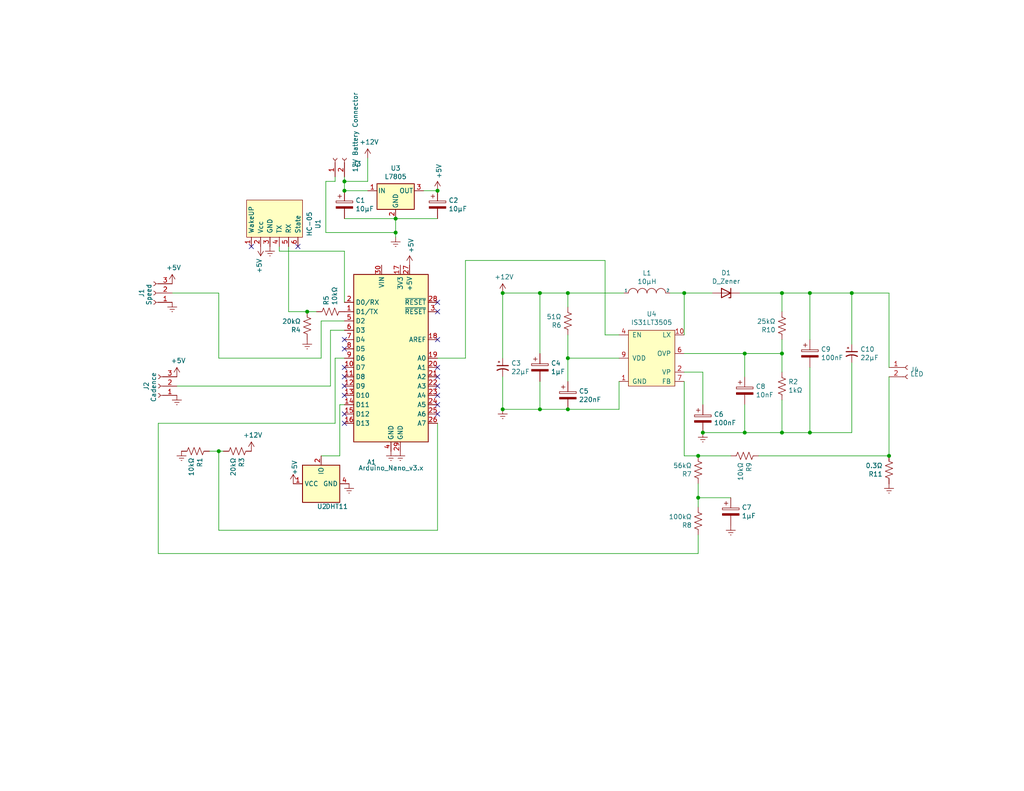
<source format=kicad_sch>
(kicad_sch (version 20230121) (generator eeschema)
  (paper "USLetter")
  (title_block (title "Lower Racer") (date "2020-10-20") (rev "1") (company "HPVDT"))
  (lib_symbols
    (symbol "Device:D_Zener" (pin_numbers hide) (pin_names (offset 1.016) hide)
      (property "Reference" "D" (at 0 2.54 0))
      (property "Value" "D_Zener" (at 0 -2.54 0))
      (symbol "D_Zener_0_1"
        (polyline (pts (xy 1.27 0) (xy -1.27 0)))
        (polyline (pts (xy -1.27 -1.27) (xy -1.27 1.27) (xy -0.762 1.27)) (stroke (width 0.254)))
        (polyline (pts (xy 1.27 -1.27) (xy 1.27 1.27) (xy -1.27 0) (xy 1.27 -1.27)) (stroke (width 0.254)))
      )
      (symbol "D_Zener_1_1"
        (pin passive line (at -3.81 0 0) (length 2.54) (name "K") (number "1"))
        (pin passive line (at 3.81 0 180) (length 2.54) (name "A") (number "2"))
      )
    )
    (symbol "Device:R_US" (pin_numbers hide) (pin_names (offset 0))
      (property "Reference" "R" (at 2.54 0 90))
      (property "Value" "R_US" (at -2.54 0 90))
      (symbol "R_US_0_1"
        (polyline (pts (xy 0 -2.286) (xy 0 -2.54)))
        (polyline (pts (xy 0 2.286) (xy 0 2.54)))
        (polyline (pts (xy 0 -0.762) (xy 1.016 -1.143) (xy 0 -1.524) (xy -1.016 -1.905) (xy 0 -2.286)))
        (polyline (pts (xy 0 0.762) (xy 1.016 0.381) (xy 0 0) (xy -1.016 -0.381) (xy 0 -0.762)))
        (polyline (pts (xy 0 2.286) (xy 1.016 1.905) (xy 0 1.524) (xy -1.016 1.143) (xy 0 0.762)))
      )
      (symbol "R_US_1_1"
        (pin passive line (at 0 3.81 270) (length 1.27) (name "~") (number "1"))
        (pin passive line (at 0 -3.81 90) (length 1.27) (name "~") (number "2"))
      )
    )
    (symbol "MCU_Module:Arduino_Nano_v3.x"
      (property "Reference" "A" (at -10.16 23.495 0))
      (property "Value" "Arduino_Nano_v3.x" (at 5.08 -24.13 0))
      (symbol "Arduino_Nano_v3.x_0_1"
        (rectangle (start -10.16 22.86) (end 10.16 -22.86) (stroke (width 0.254)) (fill (type background)))
      )
      (symbol "Arduino_Nano_v3.x_1_1"
        (pin bidirectional line (at -12.7 12.7 0) (length 2.54) (name "D1/TX") (number "1"))
        (pin bidirectional line (at -12.7 -2.54 0) (length 2.54) (name "D7") (number "10"))
        (pin bidirectional line (at -12.7 -5.08 0) (length 2.54) (name "D8") (number "11"))
        (pin bidirectional line (at -12.7 -7.62 0) (length 2.54) (name "D9") (number "12"))
        (pin bidirectional line (at -12.7 -10.16 0) (length 2.54) (name "D10") (number "13"))
        (pin bidirectional line (at -12.7 -12.7 0) (length 2.54) (name "D11") (number "14"))
        (pin bidirectional line (at -12.7 -15.24 0) (length 2.54) (name "D12") (number "15"))
        (pin bidirectional line (at -12.7 -17.78 0) (length 2.54) (name "D13") (number "16"))
        (pin power_out line (at 2.54 25.4 270) (length 2.54) (name "3V3") (number "17"))
        (pin input line (at 12.7 5.08 180) (length 2.54) (name "AREF") (number "18"))
        (pin bidirectional line (at 12.7 0 180) (length 2.54) (name "A0") (number "19"))
        (pin bidirectional line (at -12.7 15.24 0) (length 2.54) (name "D0/RX") (number "2"))
        (pin bidirectional line (at 12.7 -2.54 180) (length 2.54) (name "A1") (number "20"))
        (pin bidirectional line (at 12.7 -5.08 180) (length 2.54) (name "A2") (number "21"))
        (pin bidirectional line (at 12.7 -7.62 180) (length 2.54) (name "A3") (number "22"))
        (pin bidirectional line (at 12.7 -10.16 180) (length 2.54) (name "A4") (number "23"))
        (pin bidirectional line (at 12.7 -12.7 180) (length 2.54) (name "A5") (number "24"))
        (pin bidirectional line (at 12.7 -15.24 180) (length 2.54) (name "A6") (number "25"))
        (pin bidirectional line (at 12.7 -17.78 180) (length 2.54) (name "A7") (number "26"))
        (pin power_out line (at 5.08 25.4 270) (length 2.54) (name "+5V") (number "27"))
        (pin input line (at 12.7 15.24 180) (length 2.54) (name "~{RESET}") (number "28"))
        (pin power_in line (at 2.54 -25.4 90) (length 2.54) (name "GND") (number "29"))
        (pin input line (at 12.7 12.7 180) (length 2.54) (name "~{RESET}") (number "3"))
        (pin power_in line (at -2.54 25.4 270) (length 2.54) (name "VIN") (number "30"))
        (pin power_in line (at 0 -25.4 90) (length 2.54) (name "GND") (number "4"))
        (pin bidirectional line (at -12.7 10.16 0) (length 2.54) (name "D2") (number "5"))
        (pin bidirectional line (at -12.7 7.62 0) (length 2.54) (name "D3") (number "6"))
        (pin bidirectional line (at -12.7 5.08 0) (length 2.54) (name "D4") (number "7"))
        (pin bidirectional line (at -12.7 2.54 0) (length 2.54) (name "D5") (number "8"))
        (pin bidirectional line (at -12.7 0 0) (length 2.54) (name "D6") (number "9"))
      )
    )
    (symbol "Regulator_Linear:L7805" (pin_names (offset 0.254))
      (property "Reference" "U" (at -3.81 3.175 0))
      (property "Value" "L7805" (at 0 3.175 0))
      (symbol "L7805_0_1"
        (rectangle (start -5.08 1.905) (end 5.08 -5.08) (stroke (width 0.254)) (fill (type background)))
      )
      (symbol "L7805_1_1"
        (pin power_in line (at -7.62 0 0) (length 2.54) (name "IN") (number "1"))
        (pin power_in line (at 0 -7.62 90) (length 2.54) (name "GND") (number "2"))
        (pin power_out line (at 7.62 0 180) (length 2.54) (name "OUT") (number "3"))
      )
    )
    (symbol "low_racer-rescue:CP-Device" (pin_numbers hide) (pin_names (offset 0.254))
      (property "Reference" "C" (at 0.635 2.54 0))
      (property "Value" "Device_CP" (at 0.635 -2.54 0))
      (symbol "CP-Device_0_1"
        (rectangle (start -2.286 0.508) (end 2.286 1.016))
        (polyline (pts (xy -1.778 2.286) (xy -0.762 2.286)))
        (polyline (pts (xy -1.27 2.794) (xy -1.27 1.778)))
        (rectangle (start 2.286 -0.508) (end -2.286 -1.016) (fill (type outline)))
      )
      (symbol "CP-Device_1_1"
        (pin passive line (at 0 3.81 270) (length 2.794) (name "~") (number "1"))
        (pin passive line (at 0 -3.81 90) (length 2.794) (name "~") (number "2"))
      )
    )
    (symbol "low_racer-rescue:CP1_Small-Device" (pin_numbers hide) (pin_names (offset 0.254) hide)
      (property "Reference" "C" (at 0.254 1.778 0))
      (property "Value" "Device_CP1_Small" (at 0.254 -2.032 0))
      (symbol "CP1_Small-Device_0_1"
        (polyline (pts (xy -1.524 0.508) (xy 1.524 0.508)) (stroke (width 0.3048)))
        (polyline (pts (xy -1.27 1.524) (xy -0.762 1.524)))
        (polyline (pts (xy -1.016 1.27) (xy -1.016 1.778)))
        (arc (start 1.524 -0.762) (mid 0 -0.3734) (end -1.524 -0.762) (stroke (width 0.3048)))
      )
      (symbol "CP1_Small-Device_1_1"
        (pin passive line (at 0 2.54 270) (length 2.032) (name "~") (number "1"))
        (pin passive line (at 0 -2.54 90) (length 2.032) (name "~") (number "2"))
      )
    )
    (symbol "low_racer-rescue:Conn_01x02_Female-Connector" (pin_names (offset 1.016) hide)
      (property "Reference" "J" (at 0 2.54 0))
      (property "Value" "Connector_Conn_01x02_Female" (at 0 -5.08 0))
      (symbol "Conn_01x02_Female-Connector_1_1"
        (arc (start 0 -2.032) (mid -0.5058 -2.54) (end 0 -3.048) (stroke (width 0.1524)))
        (polyline (pts (xy -1.27 -2.54) (xy -0.508 -2.54)) (stroke (width 0.1524)))
        (polyline (pts (xy -1.27 0) (xy -0.508 0)) (stroke (width 0.1524)))
        (arc (start 0 0.508) (mid -0.5058 0) (end 0 -0.508) (stroke (width 0.1524)))
        (pin passive line (at -5.08 0 0) (length 3.81) (name "Pin_1") (number "1"))
        (pin passive line (at -5.08 -2.54 0) (length 3.81) (name "Pin_2") (number "2"))
      )
    )
    (symbol "low_racer-rescue:Conn_01x03_Female-Connector" (pin_names (offset 1.016) hide)
      (property "Reference" "J" (at 0 5.08 0))
      (property "Value" "Connector_Conn_01x03_Female" (at 0 -5.08 0))
      (symbol "Conn_01x03_Female-Connector_1_1"
        (arc (start 0 -2.032) (mid -0.5058 -2.54) (end 0 -3.048) (stroke (width 0.1524)))
        (polyline (pts (xy -1.27 -2.54) (xy -0.508 -2.54)) (stroke (width 0.1524)))
        (polyline (pts (xy -1.27 0) (xy -0.508 0)) (stroke (width 0.1524)))
        (polyline (pts (xy -1.27 2.54) (xy -0.508 2.54)) (stroke (width 0.1524)))
        (arc (start 0 0.508) (mid -0.5058 0) (end 0 -0.508) (stroke (width 0.1524)))
        (arc (start 0 3.048) (mid -0.5058 2.54) (end 0 2.032) (stroke (width 0.1524)))
        (pin passive line (at -5.08 2.54 0) (length 3.81) (name "Pin_1") (number "1"))
        (pin passive line (at -5.08 0 0) (length 3.81) (name "Pin_2") (number "2"))
        (pin passive line (at -5.08 -2.54 0) (length 3.81) (name "Pin_3") (number "3"))
      )
    )
    (symbol "low_racer-rescue:DHT11-Sensor"
      (property "Reference" "U" (at -3.81 6.35 0))
      (property "Value" "Sensor_DHT11" (at 3.81 6.35 0))
      (symbol "DHT11-Sensor_0_1"
        (rectangle (start -5.08 5.08) (end 5.08 -5.08) (stroke (width 0.254)) (fill (type background)))
      )
      (symbol "DHT11-Sensor_1_1"
        (pin power_in line (at 0 7.62 270) (length 2.54) (name "VCC") (number "1"))
        (pin bidirectional line (at 7.62 0 180) (length 2.54) (name "IO") (number "2"))
        (pin no_connect line (at -5.08 0 0) (length 2.54) hide (name "NC") (number "3"))
        (pin power_in line (at 0 -7.62 90) (length 2.54) (name "GND") (number "4"))
      )
    )
    (symbol "low_racer-rescue:HC-05-low_racer_parts" (pin_names (offset 1.016))
      (property "Reference" "U" (at 0 11.43 0))
      (property "Value" "low_racer_parts_HC-05" (at 0 -6.35 0))
      (symbol "HC-05-low_racer_parts_0_1"
        (rectangle (start -5.08 10.16) (end 5.08 -5.08) (fill (type background)))
      )
      (symbol "HC-05-low_racer_parts_1_1"
        (pin input line (at -7.62 8.89 0) (length 2.54) (name "WakeUP") (number "1"))
        (pin input line (at -7.62 6.35 0) (length 2.54) (name "Vcc") (number "2"))
        (pin input line (at -7.62 3.81 0) (length 2.54) (name "GND") (number "3"))
        (pin input line (at -7.62 1.27 0) (length 2.54) (name "TX") (number "4"))
        (pin input line (at -7.62 -1.27 0) (length 2.54) (name "RX") (number "5"))
        (pin input line (at -7.62 -3.81 0) (length 2.54) (name "State") (number "6"))
      )
    )
    (symbol "low_racer-rescue:INDUCTOR-pspice" (pin_numbers hide) (pin_names (offset 0))
      (property "Reference" "L" (at 0 2.54 0))
      (property "Value" "pspice_INDUCTOR" (at 0 -1.27 0))
      (symbol "INDUCTOR-pspice_0_1"
        (arc (start -2.54 0) (mid -3.81 1.2645) (end -5.08 0))
        (arc (start 0 0) (mid -1.27 1.2645) (end -2.54 0))
        (arc (start 2.54 0) (mid 1.27 1.2645) (end 0 0))
        (arc (start 5.08 0) (mid 3.81 1.2645) (end 2.54 0))
      )
      (symbol "INDUCTOR-pspice_1_1"
        (pin input line (at -6.35 0 0) (length 1.27) (name "1") (number "1"))
        (pin input line (at 6.35 0 180) (length 1.27) (name "2") (number "2"))
      )
    )
    (symbol "low_racer_parts:IS31LT3505" (pin_names (offset 1.016))
      (property "Reference" "U" (at 0 8.89 0))
      (property "Value" "IS31LT3505" (at 0 -8.89 0))
      (symbol "IS31LT3505_0_1"
        (rectangle (start -6.35 7.62) (end 6.35 -7.62) (fill (type background)))
      )
      (symbol "IS31LT3505_1_1"
        (pin input line (at -8.89 -6.35 0) (length 2.54) (name "GND") (number "1"))
        (pin input line (at 8.89 6.35 180) (length 2.54) (name "LX") (number "10"))
        (pin power_in line (at -8.89 -6.35 0) (length 2.54) hide (name "GND") (number "11"))
        (pin input line (at 8.89 -3.81 180) (length 2.54) (name "VP") (number "2"))
        (pin input line (at -8.89 -6.35 0) (length 2.54) hide (name "GND") (number "3"))
        (pin input line (at -8.89 6.35 0) (length 2.54) (name "EN") (number "4"))
        (pin input line (at -8.89 -6.35 0) (length 2.54) hide (name "GND") (number "5"))
        (pin input line (at 8.89 1.27 180) (length 2.54) (name "OVP") (number "6"))
        (pin input line (at 8.89 -6.35 180) (length 2.54) (name "FB") (number "7"))
        (pin input line (at -8.89 0 0) (length 2.54) (name "VDD") (number "9"))
      )
    )
    (symbol "power:+12V" (power) (pin_names (offset 0))
      (property "Value" "+12V" (at 0 3.556 0))
      (symbol "+12V_0_1"
        (polyline (pts (xy -0.762 1.27) (xy 0 2.54)))
        (polyline (pts (xy 0 0) (xy 0 2.54)))
        (polyline (pts (xy 0 2.54) (xy 0.762 1.27)))
      )
      (symbol "+12V_1_1"
        (pin power_in line (at 0 0 90) (length 0) hide (name "+12V") (number "1"))
      )
    )
    (symbol "power:+5V" (power) (pin_names (offset 0))
      (property "Value" "+5V" (at 0 3.556 0))
      (symbol "+5V_0_1"
        (polyline (pts (xy -0.762 1.27) (xy 0 2.54)))
        (polyline (pts (xy 0 0) (xy 0 2.54)))
        (polyline (pts (xy 0 2.54) (xy 0.762 1.27)))
      )
      (symbol "+5V_1_1"
        (pin power_in line (at 0 0 90) (length 0) hide (name "+5V") (number "1"))
      )
    )
    (symbol "power:Earth" (power) (pin_names (offset 0))
      (symbol "Earth_0_1"
        (polyline (pts (xy -0.635 -1.905) (xy 0.635 -1.905)))
        (polyline (pts (xy -0.127 -2.54) (xy 0.127 -2.54)))
        (polyline (pts (xy 0 -1.27) (xy 0 0)))
        (polyline (pts (xy 1.27 -1.27) (xy -1.27 -1.27)))
      )
      (symbol "Earth_1_1"
        (pin power_in line (at 0 0 270) (length 0) hide (name "Earth") (number "1"))
      )
    )
  )
  (junction (at 137.16 111.76))
  (junction (at 59.69 123.19))
  (junction (at 203.2 96.52))
  (junction (at 137.16 80.01))
  (junction (at 107.95 59.69))
  (junction (at 119.38 52.07))
  (junction (at 220.98 118.11))
  (junction (at 213.36 96.52))
  (junction (at 186.69 80.01))
  (junction (at 154.94 80.01))
  (junction (at 154.94 97.79))
  (junction (at 147.32 80.01))
  (junction (at 93.98 52.07))
  (junction (at 203.2 118.11))
  (junction (at 93.98 49.53))
  (junction (at 107.95 63.5))
  (junction (at 190.5 135.89))
  (junction (at 83.82 85.09))
  (junction (at 191.77 118.11))
  (junction (at 213.36 118.11))
  (junction (at 147.32 111.76))
  (junction (at 220.98 80.01))
  (junction (at 154.94 111.76))
  (junction (at 190.5 124.46))
  (junction (at 213.36 80.01))
  (junction (at 232.41 80.01))
  (junction (at 242.57 124.46))
  (no_connect (at 119.38 105.41))
  (no_connect (at 93.98 92.71))
  (no_connect (at 119.38 85.09))
  (no_connect (at 119.38 92.71))
  (no_connect (at 119.38 102.87))
  (no_connect (at 119.38 113.03))
  (no_connect (at 119.38 110.49))
  (no_connect (at 119.38 82.55))
  (no_connect (at 119.38 100.33))
  (no_connect (at 93.98 102.87))
  (no_connect (at 93.98 113.03))
  (no_connect (at 93.98 95.25))
  (no_connect (at 93.98 100.33))
  (no_connect (at 93.98 107.95))
  (no_connect (at 93.98 115.57))
  (no_connect (at 81.28 67.31))
  (no_connect (at 68.58 67.31))
  (no_connect (at 119.38 107.95))
  (no_connect (at 93.98 105.41))
  (wire (pts (xy 43.18 151.13) (xy 190.5 151.13)))
  (wire (pts (xy 203.2 96.52) (xy 203.2 102.87)))
  (wire (pts (xy 76.2 68.58) (xy 76.2 67.31)))
  (wire (pts (xy 207.01 124.46) (xy 242.57 124.46)))
  (wire (pts (xy 232.41 80.01) (xy 232.41 93.98)))
  (wire (pts (xy 147.32 111.76) (xy 137.16 111.76)))
  (wire (pts (xy 107.95 63.5) (xy 107.95 64.77)))
  (wire (pts (xy 59.69 80.01) (xy 59.69 97.79)))
  (wire (pts (xy 127 97.79) (xy 119.38 97.79)))
  (wire (pts (xy 186.69 80.01) (xy 194.31 80.01)))
  (wire (pts (xy 91.44 49.53) (xy 88.9 49.53)))
  (wire (pts (xy 46.99 80.01) (xy 59.69 80.01)))
  (wire (pts (xy 220.98 100.33) (xy 220.98 118.11)))
  (wire (pts (xy 154.94 80.01) (xy 170.18 80.01)))
  (wire (pts (xy 203.2 96.52) (xy 213.36 96.52)))
  (wire (pts (xy 59.69 144.78) (xy 119.38 144.78)))
  (wire (pts (xy 186.69 104.14) (xy 186.69 124.46)))
  (wire (pts (xy 190.5 124.46) (xy 199.39 124.46)))
  (wire (pts (xy 76.2 68.58) (xy 93.98 68.58)))
  (wire (pts (xy 91.44 115.57) (xy 43.18 115.57)))
  (wire (pts (xy 165.1 91.44) (xy 165.1 71.12)))
  (wire (pts (xy 48.26 105.41) (xy 90.17 105.41)))
  (wire (pts (xy 147.32 96.52) (xy 147.32 80.01)))
  (wire (pts (xy 87.63 87.63) (xy 93.98 87.63)))
  (wire (pts (xy 137.16 80.01) (xy 147.32 80.01)))
  (wire (pts (xy 78.74 85.09) (xy 83.82 85.09)))
  (wire (pts (xy 147.32 80.01) (xy 154.94 80.01)))
  (wire (pts (xy 220.98 80.01) (xy 213.36 80.01)))
  (wire (pts (xy 137.16 97.79) (xy 137.16 80.01)))
  (wire (pts (xy 90.17 90.17) (xy 90.17 105.41)))
  (wire (pts (xy 186.69 124.46) (xy 190.5 124.46)))
  (wire (pts (xy 201.93 80.01) (xy 213.36 80.01)))
  (wire (pts (xy 119.38 144.78) (xy 119.38 115.57)))
  (wire (pts (xy 186.69 91.44) (xy 186.69 80.01)))
  (wire (pts (xy 191.77 101.6) (xy 191.77 110.49)))
  (wire (pts (xy 213.36 96.52) (xy 213.36 101.6)))
  (wire (pts (xy 93.98 52.07) (xy 93.98 49.53)))
  (wire (pts (xy 91.44 48.26) (xy 91.44 49.53)))
  (wire (pts (xy 137.16 111.76) (xy 137.16 102.87)))
  (wire (pts (xy 168.91 97.79) (xy 154.94 97.79)))
  (wire (pts (xy 165.1 71.12) (xy 127 71.12)))
  (wire (pts (xy 93.98 49.53) (xy 93.98 48.26)))
  (wire (pts (xy 92.71 110.49) (xy 92.71 124.46)))
  (wire (pts (xy 93.98 49.53) (xy 100.33 49.53)))
  (wire (pts (xy 154.94 80.01) (xy 154.94 83.82)))
  (wire (pts (xy 59.69 123.19) (xy 60.96 123.19)))
  (wire (pts (xy 100.33 49.53) (xy 100.33 43.18)))
  (wire (pts (xy 107.95 59.69) (xy 119.38 59.69)))
  (wire (pts (xy 190.5 138.43) (xy 190.5 135.89)))
  (wire (pts (xy 190.5 151.13) (xy 190.5 146.05)))
  (wire (pts (xy 107.95 63.5) (xy 107.95 59.69)))
  (wire (pts (xy 220.98 92.71) (xy 220.98 80.01)))
  (wire (pts (xy 203.2 110.49) (xy 203.2 118.11)))
  (wire (pts (xy 154.94 111.76) (xy 147.32 111.76)))
  (wire (pts (xy 242.57 80.01) (xy 232.41 80.01)))
  (wire (pts (xy 93.98 59.69) (xy 107.95 59.69)))
  (wire (pts (xy 186.69 96.52) (xy 203.2 96.52)))
  (wire (pts (xy 203.2 118.11) (xy 191.77 118.11)))
  (wire (pts (xy 86.36 85.09) (xy 83.82 85.09)))
  (wire (pts (xy 213.36 80.01) (xy 213.36 85.09)))
  (wire (pts (xy 190.5 135.89) (xy 199.39 135.89)))
  (wire (pts (xy 232.41 99.06) (xy 232.41 118.11)))
  (wire (pts (xy 186.69 80.01) (xy 182.88 80.01)))
  (wire (pts (xy 57.15 123.19) (xy 59.69 123.19)))
  (wire (pts (xy 92.71 124.46) (xy 87.63 124.46)))
  (wire (pts (xy 115.57 52.07) (xy 119.38 52.07)))
  (wire (pts (xy 87.63 97.79) (xy 87.63 87.63)))
  (wire (pts (xy 43.18 115.57) (xy 43.18 151.13)))
  (wire (pts (xy 154.94 111.76) (xy 168.91 111.76)))
  (wire (pts (xy 168.91 111.76) (xy 168.91 104.14)))
  (wire (pts (xy 168.91 91.44) (xy 165.1 91.44)))
  (wire (pts (xy 88.9 49.53) (xy 88.9 63.5)))
  (wire (pts (xy 203.2 118.11) (xy 213.36 118.11)))
  (wire (pts (xy 220.98 118.11) (xy 213.36 118.11)))
  (wire (pts (xy 93.98 52.07) (xy 100.33 52.07)))
  (wire (pts (xy 78.74 67.31) (xy 78.74 85.09)))
  (wire (pts (xy 91.44 97.79) (xy 91.44 115.57)))
  (wire (pts (xy 190.5 135.89) (xy 190.5 132.08)))
  (wire (pts (xy 242.57 102.87) (xy 242.57 124.46)))
  (wire (pts (xy 59.69 97.79) (xy 87.63 97.79)))
  (wire (pts (xy 93.98 97.79) (xy 91.44 97.79)))
  (wire (pts (xy 154.94 91.44) (xy 154.94 97.79)))
  (wire (pts (xy 213.36 109.22) (xy 213.36 118.11)))
  (wire (pts (xy 186.69 101.6) (xy 191.77 101.6)))
  (wire (pts (xy 220.98 118.11) (xy 232.41 118.11)))
  (wire (pts (xy 220.98 80.01) (xy 232.41 80.01)))
  (wire (pts (xy 242.57 80.01) (xy 242.57 100.33)))
  (wire (pts (xy 93.98 90.17) (xy 90.17 90.17)))
  (wire (pts (xy 59.69 123.19) (xy 59.69 144.78)))
  (wire (pts (xy 93.98 68.58) (xy 93.98 82.55)))
  (wire (pts (xy 93.98 110.49) (xy 92.71 110.49)))
  (wire (pts (xy 213.36 92.71) (xy 213.36 96.52)))
  (wire (pts (xy 154.94 97.79) (xy 154.94 104.14)))
  (wire (pts (xy 147.32 104.14) (xy 147.32 111.76)))
  (wire (pts (xy 127 71.12) (xy 127 97.79)))
  (wire (pts (xy 88.9 63.5) (xy 107.95 63.5)))
  (symbol (lib_id "Regulator_Linear:L7805") (at 107.95 52.07 0) (unit 1)
    (property "Reference" "U3" (at 107.95 45.9232 0))
    (property "Value" "L7805" (at 107.95 48.2346 0))
    (property "Footprint" "Package_TO_SOT_THT:TO-220-3_Horizontal_TabDown" (effects hide))
    (property "Datasheet" "http://www.st.com/content/ccc/resource/technical/document/datasheet/41/4f/b3/b0/12/d4/47/88/CD00000444.pdf/files/CD00000444.pdf/jcr:content/translations/en.CD00000444.pdf" (effects hide))
  )
  (symbol (lib_id "low_racer-rescue:DHT11-Sensor") (at 87.63 132.08 90) (unit 1)
    (property "Reference" "U2" (at 86.4616 138.2776 90) (effects (justify right)))
    (property "Value" "DHT11" (at 88.773 138.2776 90) (effects (justify right)))
    (property "Footprint" "Sensor:Aosong_DHT11_5.5x12.0_P2.54mm" (effects hide))
    (property "Datasheet" "http://akizukidenshi.com/download/ds/aosong/DHT11.pdf" (effects hide))
  )
  (symbol (lib_id "MCU_Module:Arduino_Nano_v3.x") (at 106.68 97.79 0) (unit 1)
    (property "Reference" "A1" (at 102.6414 125.4506 0) (effects (justify right top)))
    (property "Value" "Arduino_Nano_v3.x" (at 106.68 127.762 0))
    (property "Footprint" "Module:Arduino_Nano" (effects hide))
    (property "Datasheet" "http://www.mouser.com/pdfdocs/Gravitech_Arduino_Nano3_0.pdf" (effects hide))
  )
  (symbol (lib_id "low_racer-rescue:CP-Device") (at 93.98 55.88 0) (unit 1)
    (property "Reference" "C1" (at 96.9772 54.7116 0) (effects (justify left)))
    (property "Value" "10μF" (at 96.9772 57.023 0) (effects (justify left)))
    (property "Footprint" "Capacitor_SMD:C_0603_1608Metric" (effects hide))
  )
  (symbol (lib_id "low_racer-rescue:HC-05-low_racer_parts") (at 77.47 59.69 90) (unit 1)
    (property "Reference" "U1" (at 86.741 61.1632 0))
    (property "Value" "HC-05" (at 84.4296 61.1632 0))
    (property "Footprint" "low_racer_parts:HC-05" (effects hide))
  )
  (symbol (lib_id "power:+5V") (at 71.12 67.31 180) (unit 1)
    (property "Reference" "#PWR0111" (effects hide))
    (property "Value" "+5V" (at 70.739 70.5612 90) (effects (justify left)))
  )
  (symbol (lib_id "power:Earth") (at 95.25 132.08 0) (unit 1)
    (property "Reference" "#PWR0101" (effects hide))
    (property "Value" "Earth" (effects hide))
  )
  (symbol (lib_id "power:+5V") (at 80.01 132.08 0) (unit 1)
    (property "Reference" "#PWR0102" (effects hide))
    (property "Value" "+5V" (at 80.391 127.6858 90))
  )
  (symbol (lib_id "power:Earth") (at 48.26 107.95 0) (unit 1)
    (property "Reference" "#PWR0103" (effects hide))
    (property "Value" "Earth" (effects hide))
  )
  (symbol (lib_id "power:Earth") (at 46.99 82.55 0) (unit 1)
    (property "Reference" "#PWR0104" (effects hide))
    (property "Value" "Earth" (effects hide))
  )
  (symbol (lib_id "power:+5V") (at 48.26 102.87 0) (unit 1)
    (property "Reference" "#PWR0105" (effects hide))
    (property "Value" "+5V" (at 48.641 98.4758 0))
  )
  (symbol (lib_id "power:+5V") (at 46.99 77.47 0) (unit 1)
    (property "Reference" "#PWR0106" (effects hide))
    (property "Value" "+5V" (at 47.371 73.0758 0))
  )
  (symbol (lib_id "power:Earth") (at 73.66 67.31 0) (unit 1)
    (property "Reference" "#PWR0112" (effects hide))
    (property "Value" "Earth" (effects hide))
  )
  (symbol (lib_id "low_racer-rescue:Conn_01x03_Female-Connector") (at 41.91 80.01 180) (unit 1)
    (property "Reference" "J1" (at 39.37 80.01 90) (effects (justify top)))
    (property "Value" "Speed" (at 40.64 77.47 90) (effects (justify left)))
    (property "Footprint" "Connector_PinSocket_2.54mm:PinSocket_1x03_P2.54mm_Vertical" (effects hide))
  )
  (symbol (lib_id "low_racer-rescue:Conn_01x03_Female-Connector") (at 43.18 105.41 180) (unit 1)
    (property "Reference" "J2" (at 40.64 105.41 90) (effects (justify top)))
    (property "Value" "Cadence" (at 41.91 101.6 90) (effects (justify left)))
    (property "Footprint" "Connector_PinSocket_2.54mm:PinSocket_1x03_P2.54mm_Vertical" (effects hide))
  )
  (symbol (lib_id "low_racer-rescue:CP-Device") (at 119.38 55.88 0) (unit 1)
    (property "Reference" "C2" (at 122.3772 54.7116 0) (effects (justify left)))
    (property "Value" "10μF" (at 122.3772 57.023 0) (effects (justify left)))
    (property "Footprint" "Capacitor_SMD:C_0603_1608Metric" (effects hide))
  )
  (symbol (lib_id "power:+5V") (at 119.38 52.07 0) (unit 1)
    (property "Reference" "#PWR0107" (effects hide))
    (property "Value" "+5V" (at 119.761 48.8188 90) (effects (justify left)))
  )
  (symbol (lib_id "power:+5V") (at 111.76 72.39 0) (unit 1)
    (property "Reference" "#PWR0108" (effects hide))
    (property "Value" "+5V" (at 112.141 69.1388 90) (effects (justify left)))
  )
  (symbol (lib_id "power:Earth") (at 109.22 123.19 0) (unit 1)
    (property "Reference" "#PWR0109" (effects hide))
    (property "Value" "Earth" (effects hide))
  )
  (symbol (lib_id "power:Earth") (at 106.68 123.19 0) (unit 1)
    (property "Reference" "#PWR0110" (effects hide))
    (property "Value" "Earth" (effects hide))
  )
  (symbol (lib_id "Device:R_US") (at 53.34 123.19 270) (unit 1)
    (property "Reference" "R1" (at 54.5084 124.9172 0) (effects (justify left)))
    (property "Value" "10kΩ" (at 52.197 124.9172 0) (effects (justify left)))
    (property "Footprint" "Resistor_SMD:R_0603_1608Metric" (effects hide))
  )
  (symbol (lib_id "Device:R_US") (at 64.77 123.19 270) (unit 1)
    (property "Reference" "R3" (at 65.9384 124.9172 0) (effects (justify left)))
    (property "Value" "20kΩ" (at 63.627 124.9172 0) (effects (justify left)))
    (property "Footprint" "Resistor_SMD:R_0603_1608Metric" (effects hide))
  )
  (symbol (lib_id "power:+12V") (at 68.58 123.19 0) (unit 1)
    (property "Reference" "#PWR0115" (effects hide))
    (property "Value" "+12V" (at 68.961 118.7958 0))
  )
  (symbol (lib_id "power:Earth") (at 49.53 123.19 0) (unit 1)
    (property "Reference" "#PWR0114" (effects hide))
    (property "Value" "Earth" (effects hide))
  )
  (symbol (lib_id "Device:R_US") (at 90.17 85.09 90) (unit 1)
    (property "Reference" "R5" (at 89.0016 83.3628 0) (effects (justify left)))
    (property "Value" "10kΩ" (at 91.313 83.3628 0) (effects (justify left)))
    (property "Footprint" "Resistor_SMD:R_0603_1608Metric" (effects hide))
  )
  (symbol (lib_id "Device:R_US") (at 83.82 88.9 180) (unit 1)
    (property "Reference" "R4" (at 82.0928 90.0684 0) (effects (justify left)))
    (property "Value" "20kΩ" (at 82.0928 87.757 0) (effects (justify left)))
    (property "Footprint" "Resistor_SMD:R_0603_1608Metric" (effects hide))
  )
  (symbol (lib_id "power:Earth") (at 83.82 92.71 0) (unit 1)
    (property "Reference" "#PWR0113" (effects hide))
    (property "Value" "Earth" (effects hide))
  )
  (symbol (lib_id "Device:R_US") (at 154.94 87.63 180) (unit 1)
    (property "Reference" "R6" (at 153.2128 88.7984 0) (effects (justify left)))
    (property "Value" "51Ω" (at 153.2128 86.487 0) (effects (justify left)))
    (property "Footprint" "Resistor_SMD:R_0603_1608Metric" (effects hide))
  )
  (symbol (lib_id "Device:R_US") (at 242.57 128.27 180) (unit 1)
    (property "Reference" "R11" (at 240.8428 129.4384 0) (effects (justify left)))
    (property "Value" "0.3Ω" (at 240.8428 127.127 0) (effects (justify left)))
    (property "Footprint" "Resistor_SMD:R_0805_2012Metric" (effects hide))
  )
  (symbol (lib_id "Device:R_US") (at 203.2 124.46 270) (unit 1)
    (property "Reference" "R9" (at 204.3684 126.1872 0) (effects (justify left)))
    (property "Value" "10kΩ" (at 202.057 126.1872 0) (effects (justify left)))
    (property "Footprint" "Resistor_SMD:R_0603_1608Metric" (effects hide))
  )
  (symbol (lib_id "Device:R_US") (at 190.5 142.24 180) (unit 1)
    (property "Reference" "R8" (at 188.7728 143.4084 0) (effects (justify left)))
    (property "Value" "100kΩ" (at 188.7728 141.097 0) (effects (justify left)))
    (property "Footprint" "Resistor_SMD:R_0603_1608Metric" (effects hide))
  )
  (symbol (lib_id "Device:R_US") (at 213.36 88.9 180) (unit 1)
    (property "Reference" "R10" (at 211.6328 90.0684 0) (effects (justify left)))
    (property "Value" "25kΩ" (at 211.6328 87.757 0) (effects (justify left)))
    (property "Footprint" "Resistor_SMD:R_0603_1608Metric" (effects hide))
  )
  (symbol (lib_id "Device:R_US") (at 190.5 128.27 180) (unit 1)
    (property "Reference" "R7" (at 188.7728 129.4384 0) (effects (justify left)))
    (property "Value" "56kΩ" (at 188.7728 127.127 0) (effects (justify left)))
    (property "Footprint" "Resistor_SMD:R_0603_1608Metric" (effects hide))
  )
  (symbol (lib_id "Device:R_US") (at 213.36 105.41 0) (unit 1)
    (property "Reference" "R2" (at 215.0872 104.2416 0) (effects (justify left)))
    (property "Value" "1kΩ" (at 215.0872 106.553 0) (effects (justify left)))
    (property "Footprint" "Resistor_SMD:R_0603_1608Metric" (effects hide))
  )
  (symbol (lib_id "low_racer-rescue:CP-Device") (at 147.32 100.33 0) (unit 1)
    (property "Reference" "C4" (at 150.3172 99.1616 0) (effects (justify left)))
    (property "Value" "1μF" (at 150.3172 101.473 0) (effects (justify left)))
    (property "Footprint" "Capacitor_SMD:C_0603_1608Metric" (effects hide))
  )
  (symbol (lib_id "low_racer-rescue:CP-Device") (at 154.94 107.95 0) (unit 1)
    (property "Reference" "C5" (at 157.9372 106.7816 0) (effects (justify left)))
    (property "Value" "220nF" (at 157.9372 109.093 0) (effects (justify left)))
    (property "Footprint" "Capacitor_SMD:C_0603_1608Metric" (effects hide))
  )
  (symbol (lib_id "low_racer-rescue:CP-Device") (at 191.77 114.3 0) (unit 1)
    (property "Reference" "C6" (at 194.7672 113.1316 0) (effects (justify left)))
    (property "Value" "100nF" (at 194.7672 115.443 0) (effects (justify left)))
    (property "Footprint" "Capacitor_SMD:C_0603_1608Metric" (effects hide))
  )
  (symbol (lib_id "low_racer-rescue:CP-Device") (at 203.2 106.68 0) (unit 1)
    (property "Reference" "C8" (at 206.1972 105.5116 0) (effects (justify left)))
    (property "Value" "10nF" (at 206.1972 107.823 0) (effects (justify left)))
    (property "Footprint" "Capacitor_SMD:C_0603_1608Metric" (effects hide))
  )
  (symbol (lib_id "low_racer-rescue:CP-Device") (at 199.39 139.7 0) (unit 1)
    (property "Reference" "C7" (at 202.3872 138.5316 0) (effects (justify left)))
    (property "Value" "1μF" (at 202.3872 140.843 0) (effects (justify left)))
    (property "Footprint" "Capacitor_SMD:C_0603_1608Metric" (effects hide))
  )
  (symbol (lib_id "low_racer-rescue:CP-Device") (at 220.98 96.52 0) (unit 1)
    (property "Reference" "C9" (at 223.9772 95.3516 0) (effects (justify left)))
    (property "Value" "100nF" (at 223.9772 97.663 0) (effects (justify left)))
    (property "Footprint" "Capacitor_SMD:C_0603_1608Metric" (effects hide))
  )
  (symbol (lib_id "low_racer-rescue:CP1_Small-Device") (at 137.16 100.33 0) (unit 1)
    (property "Reference" "C3" (at 139.4714 99.1616 0) (effects (justify left)))
    (property "Value" "22μF" (at 139.4714 101.473 0) (effects (justify left)))
    (property "Footprint" "Capacitor_SMD:C_0805_2012Metric" (effects hide))
  )
  (symbol (lib_id "power:+12V") (at 137.16 80.01 0) (unit 1)
    (property "Reference" "#PWR0116" (effects hide))
    (property "Value" "+12V" (at 137.541 75.6158 0))
  )
  (symbol (lib_id "power:Earth") (at 137.16 111.76 0) (unit 1)
    (property "Reference" "#PWR0117" (effects hide))
    (property "Value" "Earth" (effects hide))
  )
  (symbol (lib_id "power:Earth") (at 199.39 143.51 0) (unit 1)
    (property "Reference" "#PWR0118" (effects hide))
    (property "Value" "Earth" (effects hide))
  )
  (symbol (lib_id "power:Earth") (at 242.57 132.08 0) (unit 1)
    (property "Reference" "#PWR0119" (effects hide))
    (property "Value" "Earth" (effects hide))
  )
  (symbol (lib_id "low_racer-rescue:CP1_Small-Device") (at 232.41 96.52 0) (unit 1)
    (property "Reference" "C10" (at 234.7214 95.3516 0) (effects (justify left)))
    (property "Value" "22μF" (at 234.7214 97.663 0) (effects (justify left)))
    (property "Footprint" "Capacitor_SMD:C_0805_2012Metric" (effects hide))
  )
  (symbol (lib_id "low_racer-rescue:INDUCTOR-pspice") (at 176.53 80.01 0) (unit 1)
    (property "Reference" "L1" (at 176.53 74.549 0))
    (property "Value" "10μH" (at 176.53 76.8604 0))
    (property "Footprint" "Inductor_SMD:L_Taiyo-Yuden_MD-5050" (effects hide))
  )
  (symbol (lib_id "power:Earth") (at 191.77 118.11 0) (unit 1)
    (property "Reference" "#PWR0120" (effects hide))
    (property "Value" "Earth" (effects hide))
  )
  (symbol (lib_id "low_racer-rescue:Conn_01x02_Female-Connector") (at 247.65 100.33 0) (unit 1)
    (property "Reference" "J4" (at 248.3612 100.9396 0) (effects (justify left)))
    (property "Value" "LED" (at 248.3612 102.108 0) (effects (justify left)))
    (property "Footprint" "Connector_PinSocket_2.54mm:PinSocket_1x02_P2.54mm_Vertical" (effects hide))
  )
  (symbol (lib_id "low_racer-rescue:Conn_01x02_Female-Connector") (at 91.44 43.18 90) (unit 1)
    (property "Reference" "J3" (at 96.2152 44.7548 90) (effects (justify right)))
    (property "Value" "12V Battery Connector" (at 96.2152 47.0662 0) (effects (justify left top)))
    (property "Footprint" "Connector_PinSocket_2.54mm:PinSocket_1x02_P2.54mm_Vertical" (effects hide))
  )
  (symbol (lib_id "Device:D_Zener") (at 198.12 80.01 180) (unit 1)
    (property "Reference" "D1" (at 198.12 74.4982 0))
    (property "Value" "D_Zener" (at 198.12 76.8096 0))
    (property "Footprint" "Diode_SMD:D_PowerDI-123" (effects hide))
  )
  (symbol (lib_id "power:+12V") (at 100.33 43.18 0) (unit 1)
    (property "Reference" "#PWR0121" (effects hide))
    (property "Value" "+12V" (at 100.711 38.7858 0))
  )
  (symbol (lib_id "power:Earth") (at 107.95 64.77 0) (unit 1)
    (property "Reference" "#PWR0122" (effects hide))
    (property "Value" "Earth" (effects hide))
  )
  (symbol (lib_id "low_racer_parts:IS31LT3505") (at 177.8 97.79 0) (unit 1)
    (property "Reference" "U4" (at 177.8 85.725 0))
    (property "Value" "IS31LT3505" (at 177.8 88.0364 0))
    (property "Footprint" "Package_SO:MSOP-10-1EP_3x3mm_P0.5mm_EP1.73x1.98mm_ThermalVias" (effects hide))
    (property "Datasheet" "http://www.issi.com/WW/pdf/31LT3505.pdf" (effects hide))
  )
)
</source>
